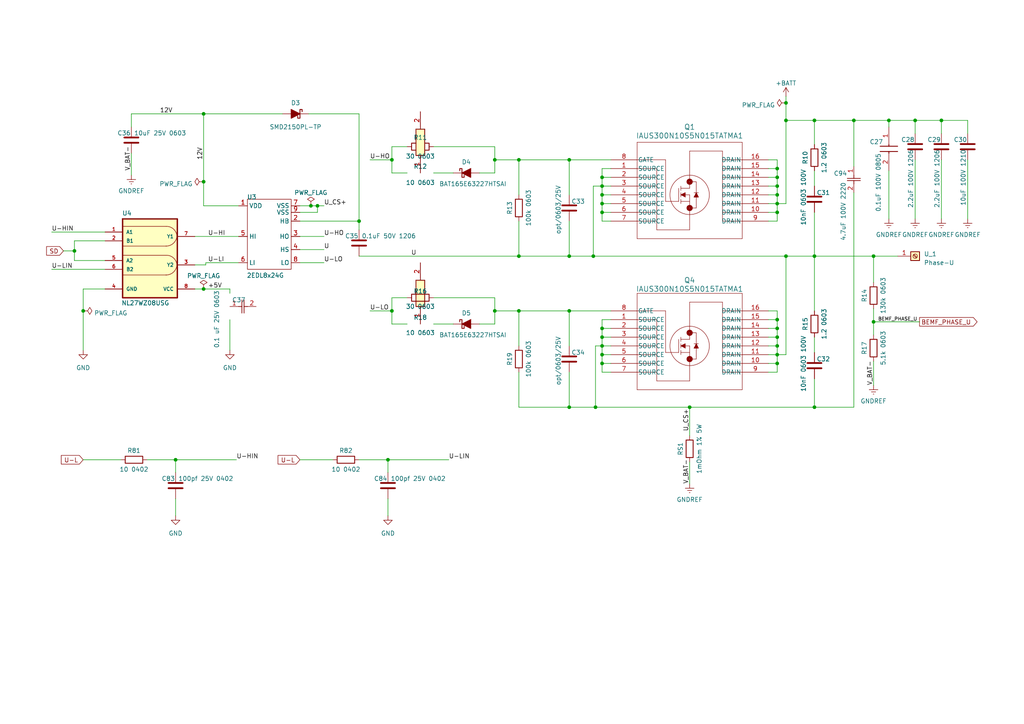
<source format=kicad_sch>
(kicad_sch (version 20231120) (generator "eeschema") (generator_version "8.0")
  (paper "A4")
  (lib_symbols
    (symbol "2EDL8124G:2EDL8124G"
      (property "Reference" "U3" (at -5.08 11.43 0))
      (property "Value" "2EDL8x24G" (at -1.143 -10.668 0))
      (symbol "2EDL8124G_0_1"
        (rectangle (start -6.35 10.795) (end 6.35 -9.525))
      )
      (symbol "2EDL8124G_1_1"
        (pin power_in line (at -8.89 8.89 0) (length 2.54) (name "VDD") (number "1"))
        (pin output line (at 8.89 4.445 180) (length 2.54) (name "HB") (number "2"))
        (pin output line (at 8.89 0 180) (length 2.54) (name "HO") (number "3"))
        (pin output line (at 8.89 -3.81 180) (length 2.54) (name "HS") (number "4"))
        (pin input line (at -8.89 0 0) (length 2.54) (name "HI") (number "5"))
        (pin input line (at -8.89 -7.62 0) (length 2.54) (name "LI") (number "6"))
        (pin power_in line (at 8.89 8.89 180) (length 2.54) (name "VSS") (number "7"))
        (pin output line (at 8.89 -7.62 180) (length 2.54) (name "LO") (number "8"))
        (pin power_in line (at 8.89 6.985 180) (length 2.54) (name "VSS") (number "9"))
      )
    )
    (symbol "C0603X104M3RAUTO:C0603X104M3RACTU" (pin_names (offset 0.254))
      (property "Reference" "C" (at 3.81 3.81 0))
      (property "Value" "C0603X104M3RACTU" (at 3.81 -3.81 0))
      (symbol "C0603X104M3RACTU_1_1"
        (polyline (pts (xy 2.54 0) (xy 3.4798 0)) (stroke (width 0.2032)))
        (polyline (pts (xy 3.4798 -1.905) (xy 3.4798 1.905)) (stroke (width 0.2032)))
        (polyline (pts (xy 4.1148 -1.905) (xy 4.1148 1.905)) (stroke (width 0.2032)))
        (polyline (pts (xy 4.1148 0) (xy 5.08 0)) (stroke (width 0.2032)))
        (pin unspecified line (at 0 0 0) (length 2.54) (name "") (number "1"))
        (pin unspecified line (at 7.62 0 180) (length 2.54) (name "") (number "2"))
      )
      (symbol "C0603X104M3RACTU_1_2"
        (polyline (pts (xy -1.905 -4.1148) (xy 1.905 -4.1148)) (stroke (width 0.2032)))
        (polyline (pts (xy -1.905 -3.4798) (xy 1.905 -3.4798)) (stroke (width 0.2032)))
        (polyline (pts (xy 0 -4.1148) (xy 0 -5.08)) (stroke (width 0.2032)))
        (polyline (pts (xy 0 -2.54) (xy 0 -3.4798)) (stroke (width 0.2032)))
        (pin unspecified line (at 0 0 270) (length 2.54) (name "") (number "1"))
        (pin unspecified line (at 0 -7.62 90) (length 2.54) (name "") (number "2"))
      )
    )
    (symbol "C0805X104K1RAC3316:C0805X104K1RAC3316" (pin_names hide)
      (property "Reference" "C" (at 8.89 6.35 0))
      (property "Value" "C0805X104K1RAC3316" (at 8.89 3.81 0))
      (symbol "C0805X104K1RAC3316_1_1"
        (polyline (pts (xy 5.08 0) (xy 5.588 0)) (stroke (width 0.254)))
        (polyline (pts (xy 5.588 2.54) (xy 5.588 -2.54)) (stroke (width 0.254)))
        (polyline (pts (xy 7.112 0) (xy 7.62 0)) (stroke (width 0.254)))
        (polyline (pts (xy 7.112 2.54) (xy 7.112 -2.54)) (stroke (width 0.254)))
        (pin passive line (at 0 0 0) (length 5.08) (name "1") (number "1"))
        (pin passive line (at 12.7 0 180) (length 5.08) (name "2") (number "2"))
      )
    )
    (symbol "C0805X475K3RAC7800:C0805C681J5RACTU" (pin_names (offset 0.254))
      (property "Reference" "C" (at 3.81 3.81 0))
      (property "Value" "C0805C681J5RACTU" (at 3.81 -3.81 0))
      (symbol "C0805C681J5RACTU_1_1"
        (polyline (pts (xy 2.54 0) (xy 3.4798 0)) (stroke (width 0.2032)))
        (polyline (pts (xy 3.4798 -1.905) (xy 3.4798 1.905)) (stroke (width 0.2032)))
        (polyline (pts (xy 4.1148 -1.905) (xy 4.1148 1.905)) (stroke (width 0.2032)))
        (polyline (pts (xy 4.1148 0) (xy 5.08 0)) (stroke (width 0.2032)))
        (pin unspecified line (at 0 0 0) (length 2.54) (name "") (number "1"))
        (pin unspecified line (at 7.62 0 180) (length 2.54) (name "") (number "2"))
      )
      (symbol "C0805C681J5RACTU_1_2"
        (polyline (pts (xy -1.905 -4.1148) (xy 1.905 -4.1148)) (stroke (width 0.2032)))
        (polyline (pts (xy -1.905 -3.4798) (xy 1.905 -3.4798)) (stroke (width 0.2032)))
        (polyline (pts (xy 0 -4.1148) (xy 0 -5.08)) (stroke (width 0.2032)))
        (polyline (pts (xy 0 -2.54) (xy 0 -3.4798)) (stroke (width 0.2032)))
        (pin unspecified line (at 0 0 270) (length 2.54) (name "") (number "1"))
        (pin unspecified line (at 0 -7.62 90) (length 2.54) (name "") (number "2"))
      )
    )
    (symbol "Connector:Screw_Terminal_01x01" (pin_names (offset 1.016) hide)
      (property "Reference" "J" (at 0 2.54 0))
      (property "Value" "Screw_Terminal_01x01" (at 0 -2.54 0))
      (symbol "Screw_Terminal_01x01_1_1"
        (rectangle (start -1.27 1.27) (end 1.27 -1.27) (stroke (width 0.254)) (fill (type background)))
        (polyline (pts (xy -0.5334 0.3302) (xy 0.3302 -0.508)) (stroke (width 0.1524)))
        (polyline (pts (xy -0.3556 0.508) (xy 0.508 -0.3302)) (stroke (width 0.1524)))
        (circle (center 0 0) (radius 0.635) (stroke (width 0.1524)))
        (pin passive line (at -5.08 0 0) (length 3.81) (name "Pin_1") (number "1"))
      )
    )
    (symbol "Device:C" (pin_numbers hide) (pin_names (offset 0.254))
      (property "Reference" "C" (at 0.635 2.54 0))
      (property "Value" "C" (at 0.635 -2.54 0))
      (symbol "C_0_1"
        (polyline (pts (xy -2.032 -0.762) (xy 2.032 -0.762)) (stroke (width 0.508)))
        (polyline (pts (xy -2.032 0.762) (xy 2.032 0.762)) (stroke (width 0.508)))
      )
      (symbol "C_1_1"
        (pin passive line (at 0 3.81 270) (length 2.794) (name "~") (number "1"))
        (pin passive line (at 0 -3.81 90) (length 2.794) (name "~") (number "2"))
      )
    )
    (symbol "Device:D_Schottky_Filled" (pin_numbers hide) (pin_names (offset 1.016) hide)
      (property "Reference" "D" (at 0 2.54 0))
      (property "Value" "D_Schottky_Filled" (at 0 -2.54 0))
      (symbol "D_Schottky_Filled_0_1"
        (polyline (pts (xy 1.27 0) (xy -1.27 0)))
        (polyline (pts (xy 1.27 1.27) (xy 1.27 -1.27) (xy -1.27 0) (xy 1.27 1.27)) (stroke (width 0.254)) (fill (type outline)))
        (polyline (pts (xy -1.905 0.635) (xy -1.905 1.27) (xy -1.27 1.27) (xy -1.27 -1.27) (xy -0.635 -1.27) (xy -0.635 -0.635)) (stroke (width 0.254)))
      )
      (symbol "D_Schottky_Filled_1_1"
        (pin passive line (at -3.81 0 0) (length 2.54) (name "K") (number "1"))
        (pin passive line (at 3.81 0 180) (length 2.54) (name "A") (number "2"))
      )
    )
    (symbol "Device:R" (pin_numbers hide) (pin_names (offset 0))
      (property "Reference" "R" (at 2.032 0 90))
      (property "Value" "R" (at 0 0 90))
      (symbol "R_0_1"
        (rectangle (start -1.016 -2.54) (end 1.016 2.54) (stroke (width 0.254)))
      )
      (symbol "R_1_1"
        (pin passive line (at 0 3.81 270) (length 1.27) (name "~") (number "1"))
        (pin passive line (at 0 -3.81 90) (length 1.27) (name "~") (number "2"))
      )
    )
    (symbol "ERJ-PA3J100V:ERJ-PA3J100V" (pin_names hide)
      (property "Reference" "R" (at 13.97 6.35 0))
      (property "Value" "ERJ-PA3J100V" (at 13.97 3.81 0))
      (symbol "ERJ-PA3J100V_1_1"
        (rectangle (start 5.08 1.27) (end 12.7 -1.27) (stroke (width 0.254)) (fill (type background)))
        (pin passive line (at 0 0 0) (length 5.08) (name "1") (number "1"))
        (pin passive line (at 17.78 0 180) (length 5.08) (name "2") (number "2"))
      )
    )
    (symbol "IAUS300N10S5N015T:IAUS300N10S5N015TATMA1" (pin_names (offset 0.254))
      (property "Reference" "Q1" (at 22.86 12.065 0))
      (property "Value" "IAUS300N10S5N015TATMA1" (at 22.86 9.525 0))
      (symbol "IAUS300N10S5N015TATMA1_0_1"
        (polyline (pts (xy 7.62 -20.32) (xy 38.1 -20.32)) (stroke (width 0.127)))
        (polyline (pts (xy 7.62 -12.7) (xy 13.335 -12.7)) (stroke (width 0.127)))
        (polyline (pts (xy 7.62 -10.16) (xy 13.335 -10.16)) (stroke (width 0.127)))
        (polyline (pts (xy 7.62 -7.62) (xy 13.335 -7.62)) (stroke (width 0.127)))
        (polyline (pts (xy 7.62 -5.08) (xy 13.335 -5.08)) (stroke (width 0.127)))
        (polyline (pts (xy 7.62 -2.54) (xy 13.335 -2.54)) (stroke (width 0.127)))
        (polyline (pts (xy 7.62 0) (xy 13.335 0)) (stroke (width 0.127)))
        (polyline (pts (xy 7.62 2.54) (xy 15.875 2.54)) (stroke (width 0.127)))
        (polyline (pts (xy 7.62 7.62) (xy 7.62 -20.32)) (stroke (width 0.127)))
        (polyline (pts (xy 13.335 -17.78) (xy 22.86 -17.78)) (stroke (width 0.127)))
        (polyline (pts (xy 13.335 -15.24) (xy 7.62 -15.24)) (stroke (width 0.127)))
        (polyline (pts (xy 13.335 0) (xy 13.335 -17.78)) (stroke (width 0.127)))
        (polyline (pts (xy 15.875 -9.525) (xy 15.875 2.54)) (stroke (width 0.127)))
        (polyline (pts (xy 19.685 -9.525) (xy 15.875 -9.525)) (stroke (width 0.127)))
        (polyline (pts (xy 19.685 -5.715) (xy 19.685 -9.525)) (stroke (width 0.127)))
        (polyline (pts (xy 20.32 -9.525) (xy 22.86 -9.525)) (stroke (width 0.127)))
        (polyline (pts (xy 20.32 -8.89) (xy 20.32 -10.16)) (stroke (width 0.127)))
        (polyline (pts (xy 20.32 -7.62) (xy 21.59 -8.255)) (stroke (width 0.127)))
        (polyline (pts (xy 20.32 -7.62) (xy 21.59 -6.985)) (stroke (width 0.127)))
        (polyline (pts (xy 20.32 -6.985) (xy 20.32 -8.255)) (stroke (width 0.127)))
        (polyline (pts (xy 20.32 -6.35) (xy 20.32 -5.08)) (stroke (width 0.127)))
        (polyline (pts (xy 20.32 -5.715) (xy 22.86 -5.715)) (stroke (width 0.127)))
        (polyline (pts (xy 21.59 -6.985) (xy 21.59 -8.255)) (stroke (width 0.127)))
        (polyline (pts (xy 22.86 -11.43) (xy 24.765 -11.43)) (stroke (width 0.127)))
        (polyline (pts (xy 22.86 -7.62) (xy 20.32 -7.62)) (stroke (width 0.127)))
        (polyline (pts (xy 22.86 -7.62) (xy 22.86 -17.78)) (stroke (width 0.127)))
        (polyline (pts (xy 22.86 -5.715) (xy 22.86 5.08)) (stroke (width 0.127)))
        (polyline (pts (xy 22.86 -3.81) (xy 24.765 -3.81)) (stroke (width 0.127)))
        (polyline (pts (xy 24.13 -8.255) (xy 25.4 -8.255)) (stroke (width 0.127)))
        (polyline (pts (xy 24.13 -6.985) (xy 25.4 -6.985)) (stroke (width 0.127)))
        (polyline (pts (xy 24.765 -11.43) (xy 24.765 -3.81)) (stroke (width 0.127)))
        (polyline (pts (xy 24.765 -6.985) (xy 24.13 -8.255)) (stroke (width 0.127)))
        (polyline (pts (xy 24.765 -6.985) (xy 25.4 -8.255)) (stroke (width 0.127)))
        (polyline (pts (xy 32.385 -15.24) (xy 32.385 5.08)) (stroke (width 0.127)))
        (polyline (pts (xy 32.385 5.08) (xy 22.86 5.08)) (stroke (width 0.127)))
        (polyline (pts (xy 38.1 -20.32) (xy 38.1 7.62)) (stroke (width 0.127)))
        (polyline (pts (xy 38.1 -15.24) (xy 32.385 -15.24)) (stroke (width 0.127)))
        (polyline (pts (xy 38.1 -12.7) (xy 32.385 -12.7)) (stroke (width 0.127)))
        (polyline (pts (xy 38.1 -10.16) (xy 32.385 -10.16)) (stroke (width 0.127)))
        (polyline (pts (xy 38.1 -7.62) (xy 32.385 -7.62)) (stroke (width 0.127)))
        (polyline (pts (xy 38.1 -5.08) (xy 32.385 -5.08)) (stroke (width 0.127)))
        (polyline (pts (xy 38.1 -2.54) (xy 32.385 -2.54)) (stroke (width 0.127)))
        (polyline (pts (xy 38.1 0) (xy 32.385 0)) (stroke (width 0.127)))
        (polyline (pts (xy 38.1 2.54) (xy 32.385 2.54)) (stroke (width 0.127)))
        (polyline (pts (xy 38.1 7.62) (xy 7.62 7.62)) (stroke (width 0.127)))
        (polyline (pts (xy 20.32 -7.62) (xy 21.59 -6.985) (xy 21.59 -8.255)) (fill (type outline)))
        (polyline (pts (xy 24.13 -8.255) (xy 25.4 -8.255) (xy 24.765 -6.985)) (fill (type outline)))
        (circle (center 22.86 -11.43) (radius 0.127) (stroke (width 0.762)))
        (circle (center 22.86 -7.62) (radius 5.715) (stroke (width 0.127)))
        (circle (center 22.86 -3.81) (radius 0.127) (stroke (width 0.762)))
        (pin passive line (at 0 0 0) (length 7.62) (name "SOURCE") (number "1"))
        (pin passive line (at 45.72 -12.7 180) (length 7.62) (name "DRAIN") (number "10"))
        (pin passive line (at 45.72 -10.16 180) (length 7.62) (name "DRAIN") (number "11"))
        (pin passive line (at 45.72 -7.62 180) (length 7.62) (name "DRAIN") (number "12"))
        (pin passive line (at 45.72 -5.08 180) (length 7.62) (name "DRAIN") (number "13"))
        (pin passive line (at 45.72 -2.54 180) (length 7.62) (name "DRAIN") (number "14"))
        (pin passive line (at 45.72 0 180) (length 7.62) (name "DRAIN") (number "15"))
        (pin passive line (at 45.72 2.54 180) (length 7.62) (name "DRAIN") (number "16"))
        (pin passive line (at 0 -2.54 0) (length 7.62) (name "SOURCE") (number "2"))
        (pin passive line (at 0 -5.08 0) (length 7.62) (name "SOURCE") (number "3"))
        (pin passive line (at 0 -7.62 0) (length 7.62) (name "SOURCE") (number "4"))
        (pin passive line (at 0 -10.16 0) (length 7.62) (name "SOURCE") (number "5"))
        (pin passive line (at 0 -12.7 0) (length 7.62) (name "SOURCE") (number "6"))
        (pin passive line (at 0 -15.24 0) (length 7.62) (name "SOURCE") (number "7"))
        (pin input line (at 0 2.54 0) (length 7.62) (name "GATE") (number "8"))
        (pin passive line (at 45.72 -15.24 180) (length 7.62) (name "DRAIN") (number "9"))
      )
    )
    (symbol "IAUS300N10S5N015TATMA1_1" (pin_names (offset 0.254))
      (property "Reference" "Q4" (at 22.86 11.43 0))
      (property "Value" "IAUS300N10S5N015TATMA1" (at 22.86 8.89 0))
      (symbol "IAUS300N10S5N015TATMA1_1_0_1"
        (polyline (pts (xy 7.62 -20.32) (xy 38.1 -20.32)) (stroke (width 0.127)))
        (polyline (pts (xy 7.62 -12.7) (xy 13.335 -12.7)) (stroke (width 0.127)))
        (polyline (pts (xy 7.62 -10.16) (xy 13.335 -10.16)) (stroke (width 0.127)))
        (polyline (pts (xy 7.62 -7.62) (xy 13.335 -7.62)) (stroke (width 0.127)))
        (polyline (pts (xy 7.62 -5.08) (xy 13.335 -5.08)) (stroke (width 0.127)))
        (polyline (pts (xy 7.62 -2.54) (xy 13.335 -2.54)) (stroke (width 0.127)))
        (polyline (pts (xy 7.62 0) (xy 13.335 0)) (stroke (width 0.127)))
        (polyline (pts (xy 7.62 2.54) (xy 15.875 2.54)) (stroke (width 0.127)))
        (polyline (pts (xy 7.62 7.62) (xy 7.62 -20.32)) (stroke (width 0.127)))
        (polyline (pts (xy 13.335 -17.78) (xy 22.86 -17.78)) (stroke (width 0.127)))
        (polyline (pts (xy 13.335 -15.24) (xy 7.62 -15.24)) (stroke (width 0.127)))
        (polyline (pts (xy 13.335 0) (xy 13.335 -17.78)) (stroke (width 0.127)))
        (polyline (pts (xy 15.875 -9.525) (xy 15.875 2.54)) (stroke (width 0.127)))
        (polyline (pts (xy 19.685 -9.525) (xy 15.875 -9.525)) (stroke (width 0.127)))
        (polyline (pts (xy 19.685 -5.715) (xy 19.685 -9.525)) (stroke (width 0.127)))
        (polyline (pts (xy 20.32 -9.525) (xy 22.86 -9.525)) (stroke (width 0.127)))
        (polyline (pts (xy 20.32 -8.89) (xy 20.32 -10.16)) (stroke (width 0.127)))
        (polyline (pts (xy 20.32 -7.62) (xy 21.59 -8.255)) (stroke (width 0.127)))
        (polyline (pts (xy 20.32 -7.62) (xy 21.59 -6.985)) (stroke (width 0.127)))
        (polyline (pts (xy 20.32 -6.985) (xy 20.32 -8.255)) (stroke (width 0.127)))
        (polyline (pts (xy 20.32 -6.35) (xy 20.32 -5.08)) (stroke (width 0.127)))
        (polyline (pts (xy 20.32 -5.715) (xy 22.86 -5.715)) (stroke (width 0.127)))
        (polyline (pts (xy 21.59 -6.985) (xy 21.59 -8.255)) (stroke (width 0.127)))
        (polyline (pts (xy 22.86 -11.43) (xy 24.765 -11.43)) (stroke (width 0.127)))
        (polyline (pts (xy 22.86 -7.62) (xy 20.32 -7.62)) (stroke (width 0.127)))
        (polyline (pts (xy 22.86 -7.62) (xy 22.86 -17.78)) (stroke (width 0.127)))
        (polyline (pts (xy 22.86 -5.715) (xy 22.86 5.08)) (stroke (width 0.127)))
        (polyline (pts (xy 22.86 -3.81) (xy 24.765 -3.81)) (stroke (width 0.127)))
        (polyline (pts (xy 24.13 -8.255) (xy 25.4 -8.255)) (stroke (width 0.127)))
        (polyline (pts (xy 24.13 -6.985) (xy 25.4 -6.985)) (stroke (width 0.127)))
        (polyline (pts (xy 24.765 -11.43) (xy 24.765 -3.81)) (stroke (width 0.127)))
        (polyline (pts (xy 24.765 -6.985) (xy 24.13 -8.255)) (stroke (width 0.127)))
        (polyline (pts (xy 24.765 -6.985) (xy 25.4 -8.255)) (stroke (width 0.127)))
        (polyline (pts (xy 32.385 -15.24) (xy 32.385 5.08)) (stroke (width 0.127)))
        (polyline (pts (xy 32.385 5.08) (xy 22.86 5.08)) (stroke (width 0.127)))
        (polyline (pts (xy 38.1 -20.32) (xy 38.1 7.62)) (stroke (width 0.127)))
        (polyline (pts (xy 38.1 -15.24) (xy 32.385 -15.24)) (stroke (width 0.127)))
        (polyline (pts (xy 38.1 -12.7) (xy 32.385 -12.7)) (stroke (width 0.127)))
        (polyline (pts (xy 38.1 -10.16) (xy 32.385 -10.16)) (stroke (width 0.127)))
        (polyline (pts (xy 38.1 -7.62) (xy 32.385 -7.62)) (stroke (width 0.127)))
        (polyline (pts (xy 38.1 -5.08) (xy 32.385 -5.08)) (stroke (width 0.127)))
        (polyline (pts (xy 38.1 -2.54) (xy 32.385 -2.54)) (stroke (width 0.127)))
        (polyline (pts (xy 38.1 0) (xy 32.385 0)) (stroke (width 0.127)))
        (polyline (pts (xy 38.1 2.54) (xy 32.385 2.54)) (stroke (width 0.127)))
        (polyline (pts (xy 38.1 7.62) (xy 7.62 7.62)) (stroke (width 0.127)))
        (polyline (pts (xy 20.32 -7.62) (xy 21.59 -6.985) (xy 21.59 -8.255)) (fill (type outline)))
        (polyline (pts (xy 24.13 -8.255) (xy 25.4 -8.255) (xy 24.765 -6.985)) (fill (type outline)))
        (circle (center 22.86 -11.43) (radius 0.127) (stroke (width 0.762)))
        (circle (center 22.86 -7.62) (radius 5.715) (stroke (width 0.127)))
        (circle (center 22.86 -3.81) (radius 0.127) (stroke (width 0.762)))
        (pin passive line (at 0 0 0) (length 7.62) (name "SOURCE") (number "1"))
        (pin passive line (at 45.72 -12.7 180) (length 7.62) (name "DRAIN") (number "10"))
        (pin passive line (at 45.72 -10.16 180) (length 7.62) (name "DRAIN") (number "11"))
        (pin passive line (at 45.72 -7.62 180) (length 7.62) (name "DRAIN") (number "12"))
        (pin passive line (at 45.72 -5.08 180) (length 7.62) (name "DRAIN") (number "13"))
        (pin passive line (at 45.72 -2.54 180) (length 7.62) (name "DRAIN") (number "14"))
        (pin passive line (at 45.72 0 180) (length 7.62) (name "DRAIN") (number "15"))
        (pin passive line (at 45.72 2.54 180) (length 7.62) (name "DRAIN") (number "16"))
        (pin passive line (at 0 -2.54 0) (length 7.62) (name "SOURCE") (number "2"))
        (pin passive line (at 0 -5.08 0) (length 7.62) (name "SOURCE") (number "3"))
        (pin passive line (at 0 -7.62 0) (length 7.62) (name "SOURCE") (number "4"))
        (pin passive line (at 0 -10.16 0) (length 7.62) (name "SOURCE") (number "5"))
        (pin passive line (at 0 -12.7 0) (length 7.62) (name "SOURCE") (number "6"))
        (pin passive line (at 0 -15.24 0) (length 7.62) (name "SOURCE") (number "7"))
        (pin input line (at 0 2.54 0) (length 7.62) (name "GATE") (number "8"))
        (pin passive line (at 45.72 -15.24 180) (length 7.62) (name "DRAIN") (number "9"))
      )
    )
    (symbol "NL27WZ08USG:NL27WZ08USG" (pin_names (offset 1.016))
      (property "Reference" "U4" (at -6.35 13.081 0))
      (property "Value" "NL27WZ08USG" (at -1.016 -12.954 0))
      (symbol "NL27WZ08USG_0_0"
        (rectangle (start -7.62 11.43) (end 8.255 -11.43) (stroke (width 0.4064)) (fill (type background)))
        (pin input line (at -12.7 7.62 0) (length 5.08) (name "A1") (number "1"))
        (pin input line (at -12.7 5.08 0) (length 5.08) (name "B1") (number "2"))
        (pin output line (at 13.335 -1.905 180) (length 5.08) (name "Y2") (number "3"))
        (pin power_in line (at -12.7 -8.89 0) (length 5.08) (name "GND") (number "4"))
        (pin input line (at -12.7 -0.635 0) (length 5.08) (name "A2") (number "5"))
        (pin input line (at -12.7 -3.175 0) (length 5.08) (name "B2") (number "6"))
        (pin output line (at 13.335 6.35 180) (length 5.08) (name "Y1") (number "7"))
        (pin power_in line (at 13.335 -8.89 180) (length 5.08) (name "VCC") (number "8"))
      )
      (symbol "NL27WZ08USG_0_1"
        (polyline (pts (xy -7.62 -4.826) (xy 5.08 -4.826)))
        (polyline (pts (xy -7.62 0.889) (xy 5.08 0.889)))
        (polyline (pts (xy -7.62 3.556) (xy 5.08 3.556)))
        (polyline (pts (xy -7.62 9.271) (xy 5.08 9.271)))
        (arc (start 4.9529 -4.8259) (mid 7.1715 -3.9594) (end 8.128 -1.778))
        (arc (start 4.9529 3.5561) (mid 7.1716 4.4226) (end 8.128 6.604))
        (arc (start 8.128 -2.032) (mid 7.2054 0.056) (end 5.08 0.889))
        (arc (start 8.128 6.35) (mid 7.2054 8.438) (end 5.08 9.271))
      )
    )
    (symbol "power:+BATT" (power) (pin_names (offset 0))
      (property "Value" "+BATT" (at 0 3.556 0))
      (symbol "+BATT_0_1"
        (polyline (pts (xy -0.762 1.27) (xy 0 2.54)))
        (polyline (pts (xy 0 0) (xy 0 2.54)))
        (polyline (pts (xy 0 2.54) (xy 0.762 1.27)))
      )
      (symbol "+BATT_1_1"
        (pin power_in line (at 0 0 90) (length 0) hide (name "+BATT") (number "1"))
      )
    )
    (symbol "power:GND" (power) (pin_names (offset 0))
      (property "Value" "GND" (at 0 -3.81 0))
      (symbol "GND_0_1"
        (polyline (pts (xy 0 0) (xy 0 -1.27) (xy 1.27 -1.27) (xy 0 -2.54) (xy -1.27 -1.27) (xy 0 -1.27)))
      )
      (symbol "GND_1_1"
        (pin power_in line (at 0 0 270) (length 0) hide (name "GND") (number "1"))
      )
    )
    (symbol "power:GNDREF" (power) (pin_names (offset 0))
      (property "Value" "GNDREF" (at 0 -3.81 0))
      (symbol "GNDREF_0_1"
        (polyline (pts (xy -0.635 -1.905) (xy 0.635 -1.905)))
        (polyline (pts (xy -0.127 -2.54) (xy 0.127 -2.54)))
        (polyline (pts (xy 0 -1.27) (xy 0 0)))
        (polyline (pts (xy 1.27 -1.27) (xy -1.27 -1.27)))
      )
      (symbol "GNDREF_1_1"
        (pin power_in line (at 0 0 270) (length 0) hide (name "GNDREF") (number "1"))
      )
    )
    (symbol "power:PWR_FLAG" (power) (pin_numbers hide) (pin_names (offset 0) hide)
      (property "Value" "PWR_FLAG" (at 0 3.81 0))
      (symbol "PWR_FLAG_0_0"
        (pin power_out line (at 0 0 90) (length 0) (name "pwr") (number "1"))
      )
      (symbol "PWR_FLAG_0_1"
        (polyline (pts (xy 0 0) (xy 0 1.27) (xy -1.016 1.905) (xy 0 2.54) (xy 1.016 1.905) (xy 0 1.27)))
      )
    )
  )
  (junction (at 253.365 74.295))
  (junction (at 165.1 74.295))
  (junction (at 165.1 46.355))
  (junction (at 253.365 93.345))
  (junction (at 225.425 97.79))
  (junction (at 59.055 83.82))
  (junction (at 225.425 56.515))
  (junction (at 225.425 100.33))
  (junction (at 174.625 100.33))
  (junction (at 174.625 105.41))
  (junction (at 273.05 34.925))
  (junction (at 257.81 34.925))
  (junction (at 174.625 102.87))
  (junction (at 225.425 95.25))
  (junction (at 150.495 90.17))
  (junction (at 227.965 74.295))
  (junction (at 104.14 64.135))
  (junction (at 227.965 34.925))
  (junction (at 59.055 52.705))
  (junction (at 174.625 53.975))
  (junction (at 112.522 133.35))
  (junction (at 143.51 90.17))
  (junction (at 225.425 92.71))
  (junction (at 265.43 34.925))
  (junction (at 174.625 56.515))
  (junction (at 150.495 74.295))
  (junction (at 225.425 105.41))
  (junction (at 143.51 46.355))
  (junction (at 227.965 29.845))
  (junction (at 150.495 46.355))
  (junction (at 165.1 90.17))
  (junction (at 236.22 118.11))
  (junction (at 165.1 118.11))
  (junction (at 113.665 90.17))
  (junction (at 236.22 74.295))
  (junction (at 174.625 61.595))
  (junction (at 225.425 48.895))
  (junction (at 174.625 97.79))
  (junction (at 21.59 72.771))
  (junction (at 225.425 59.055))
  (junction (at 174.625 59.055))
  (junction (at 225.425 53.975))
  (junction (at 59.055 33.02))
  (junction (at 225.425 51.435))
  (junction (at 200.025 118.11))
  (junction (at 174.625 51.435))
  (junction (at 247.65 34.925))
  (junction (at 92.075 59.69))
  (junction (at 225.425 102.87))
  (junction (at 172.085 74.295))
  (junction (at 172.72 118.11))
  (junction (at 50.927 133.35))
  (junction (at 90.17 59.69))
  (junction (at 24.13 90.17))
  (junction (at 225.425 61.595))
  (junction (at 236.22 34.925))
  (junction (at 113.665 46.355))
  (junction (at 174.625 95.25))
  (wire (pts (xy 227.965 29.845) (xy 227.965 34.925)))
  (wire (pts (xy 21.59 72.771) (xy 21.59 75.565)))
  (wire (pts (xy 113.665 50.165) (xy 118.11 50.165)))
  (wire (pts (xy 225.425 100.33) (xy 225.425 102.87)))
  (wire (pts (xy 222.885 51.435) (xy 225.425 51.435)))
  (wire (pts (xy 104.14 33.02) (xy 104.14 64.135)))
  (wire (pts (xy 174.625 105.41) (xy 174.625 107.95)))
  (wire (pts (xy 113.665 93.98) (xy 118.11 93.98)))
  (wire (pts (xy 104.14 74.295) (xy 150.495 74.295)))
  (wire (pts (xy 174.625 59.055) (xy 177.165 59.055)))
  (wire (pts (xy 150.495 118.11) (xy 150.495 107.95)))
  (wire (pts (xy 59.055 33.02) (xy 59.055 52.705)))
  (wire (pts (xy 50.927 133.35) (xy 68.58 133.35)))
  (wire (pts (xy 14.986 78.105) (xy 30.48 78.105)))
  (wire (pts (xy 165.1 90.17) (xy 165.1 100.33)))
  (wire (pts (xy 90.17 59.69) (xy 92.075 59.69)))
  (wire (pts (xy 174.625 56.515) (xy 177.165 56.515)))
  (wire (pts (xy 236.22 34.925) (xy 247.65 34.925)))
  (wire (pts (xy 143.51 42.545) (xy 125.73 42.545)))
  (wire (pts (xy 225.425 56.515) (xy 225.425 53.975)))
  (wire (pts (xy 253.365 89.535) (xy 253.365 93.345)))
  (wire (pts (xy 253.365 74.295) (xy 260.35 74.295)))
  (wire (pts (xy 174.625 59.055) (xy 174.625 61.595)))
  (wire (pts (xy 113.665 42.545) (xy 113.665 46.355)))
  (wire (pts (xy 112.522 133.35) (xy 112.522 137.033)))
  (wire (pts (xy 86.995 133.35) (xy 96.52 133.35)))
  (wire (pts (xy 257.81 34.925) (xy 265.43 34.925)))
  (wire (pts (xy 227.965 27.94) (xy 227.965 29.845)))
  (wire (pts (xy 174.625 100.33) (xy 177.165 100.33)))
  (wire (pts (xy 113.665 86.36) (xy 113.665 90.17)))
  (wire (pts (xy 222.885 90.17) (xy 225.425 90.17)))
  (wire (pts (xy 177.165 90.17) (xy 165.1 90.17)))
  (wire (pts (xy 143.51 86.36) (xy 143.51 90.17)))
  (wire (pts (xy 222.885 102.87) (xy 225.425 102.87)))
  (wire (pts (xy 143.51 86.36) (xy 125.73 86.36)))
  (wire (pts (xy 225.425 59.055) (xy 227.965 59.055)))
  (wire (pts (xy 125.73 93.98) (xy 131.445 93.98)))
  (wire (pts (xy 174.625 97.79) (xy 174.625 100.33)))
  (wire (pts (xy 225.425 90.17) (xy 225.425 92.71)))
  (wire (pts (xy 174.625 95.25) (xy 177.165 95.25)))
  (wire (pts (xy 56.515 83.82) (xy 59.055 83.82)))
  (wire (pts (xy 273.05 46.355) (xy 273.05 63.5)))
  (wire (pts (xy 107.315 46.355) (xy 113.665 46.355)))
  (wire (pts (xy 150.495 74.295) (xy 150.495 64.135)))
  (wire (pts (xy 21.59 69.85) (xy 21.59 72.771)))
  (wire (pts (xy 113.665 90.17) (xy 113.665 93.98)))
  (wire (pts (xy 227.965 74.295) (xy 236.22 74.295)))
  (wire (pts (xy 42.672 133.35) (xy 50.927 133.35)))
  (wire (pts (xy 265.43 38.735) (xy 265.43 34.925)))
  (wire (pts (xy 247.65 34.925) (xy 247.65 48.26)))
  (wire (pts (xy 236.22 118.11) (xy 200.025 118.11)))
  (wire (pts (xy 200.025 118.11) (xy 200.025 126.365)))
  (wire (pts (xy 227.965 34.925) (xy 227.965 59.055)))
  (wire (pts (xy 222.885 95.25) (xy 225.425 95.25)))
  (wire (pts (xy 222.885 100.33) (xy 225.425 100.33)))
  (wire (pts (xy 273.05 38.735) (xy 273.05 34.925)))
  (wire (pts (xy 236.22 74.295) (xy 236.22 90.17)))
  (wire (pts (xy 177.165 53.975) (xy 174.625 53.975)))
  (wire (pts (xy 265.43 34.925) (xy 273.05 34.925)))
  (wire (pts (xy 253.365 74.295) (xy 253.365 81.915)))
  (wire (pts (xy 280.67 46.355) (xy 280.67 63.5)))
  (wire (pts (xy 222.885 105.41) (xy 225.425 105.41)))
  (wire (pts (xy 247.65 118.11) (xy 236.22 118.11)))
  (wire (pts (xy 139.065 50.165) (xy 143.51 50.165)))
  (wire (pts (xy 225.425 46.355) (xy 222.885 46.355)))
  (wire (pts (xy 236.22 49.53) (xy 236.22 53.975)))
  (wire (pts (xy 165.1 118.11) (xy 172.72 118.11)))
  (wire (pts (xy 222.885 53.975) (xy 225.425 53.975)))
  (wire (pts (xy 143.51 90.17) (xy 150.495 90.17)))
  (wire (pts (xy 236.22 41.91) (xy 236.22 34.925)))
  (wire (pts (xy 59.055 52.705) (xy 59.055 59.69)))
  (wire (pts (xy 177.165 92.71) (xy 174.625 92.71)))
  (wire (pts (xy 104.14 64.135) (xy 104.14 66.675)))
  (wire (pts (xy 86.995 59.69) (xy 90.17 59.69)))
  (wire (pts (xy 174.625 102.87) (xy 177.165 102.87)))
  (wire (pts (xy 143.51 46.355) (xy 150.495 46.355)))
  (wire (pts (xy 59.055 59.69) (xy 69.215 59.69)))
  (wire (pts (xy 113.665 42.545) (xy 118.11 42.545)))
  (wire (pts (xy 86.995 76.2) (xy 93.98 76.2)))
  (wire (pts (xy 200.025 133.985) (xy 200.025 140.335)))
  (wire (pts (xy 253.365 93.345) (xy 253.365 97.155)))
  (wire (pts (xy 174.625 53.975) (xy 174.625 56.515)))
  (wire (pts (xy 143.51 50.165) (xy 143.51 46.355)))
  (wire (pts (xy 18.415 72.771) (xy 21.59 72.771)))
  (wire (pts (xy 174.625 53.975) (xy 172.085 53.975)))
  (wire (pts (xy 165.1 74.295) (xy 172.085 74.295)))
  (wire (pts (xy 165.1 118.11) (xy 150.495 118.11)))
  (wire (pts (xy 125.73 50.165) (xy 131.445 50.165)))
  (wire (pts (xy 222.885 97.79) (xy 225.425 97.79)))
  (wire (pts (xy 66.675 83.82) (xy 66.675 85.09)))
  (wire (pts (xy 222.885 64.135) (xy 225.425 64.135)))
  (wire (pts (xy 150.495 90.17) (xy 150.495 100.33)))
  (wire (pts (xy 236.22 97.79) (xy 236.22 102.235)))
  (wire (pts (xy 104.14 133.35) (xy 112.522 133.35)))
  (wire (pts (xy 225.425 51.435) (xy 225.425 48.895)))
  (wire (pts (xy 59.69 76.2) (xy 69.215 76.2)))
  (wire (pts (xy 165.1 46.355) (xy 150.495 46.355)))
  (wire (pts (xy 177.165 105.41) (xy 174.625 105.41)))
  (wire (pts (xy 50.927 133.35) (xy 50.927 137.033)))
  (wire (pts (xy 24.13 133.35) (xy 35.052 133.35)))
  (wire (pts (xy 225.425 59.055) (xy 225.425 56.515)))
  (wire (pts (xy 236.22 61.595) (xy 236.22 74.295)))
  (wire (pts (xy 112.522 133.35) (xy 130.175 133.35)))
  (wire (pts (xy 165.1 46.355) (xy 177.165 46.355)))
  (wire (pts (xy 107.315 90.17) (xy 113.665 90.17)))
  (wire (pts (xy 143.51 90.17) (xy 143.51 93.98)))
  (wire (pts (xy 174.625 107.95) (xy 177.165 107.95)))
  (wire (pts (xy 225.425 105.41) (xy 225.425 107.95)))
  (wire (pts (xy 30.48 83.82) (xy 24.13 83.82)))
  (wire (pts (xy 59.055 33.02) (xy 81.915 33.02)))
  (wire (pts (xy 38.1 33.02) (xy 38.1 36.83)))
  (wire (pts (xy 56.515 76.835) (xy 59.69 76.835)))
  (wire (pts (xy 113.665 46.355) (xy 113.665 50.165)))
  (wire (pts (xy 165.1 56.515) (xy 165.1 46.355)))
  (wire (pts (xy 236.22 74.295) (xy 253.365 74.295)))
  (wire (pts (xy 174.625 102.87) (xy 174.625 105.41)))
  (wire (pts (xy 14.986 67.31) (xy 30.48 67.31)))
  (wire (pts (xy 38.1 33.02) (xy 59.055 33.02)))
  (wire (pts (xy 165.1 74.295) (xy 150.495 74.295)))
  (wire (pts (xy 174.625 51.435) (xy 177.165 51.435)))
  (wire (pts (xy 225.425 53.975) (xy 225.425 51.435)))
  (wire (pts (xy 174.625 100.33) (xy 172.72 100.33)))
  (wire (pts (xy 225.425 97.79) (xy 225.425 100.33)))
  (wire (pts (xy 225.425 64.135) (xy 225.425 61.595)))
  (wire (pts (xy 174.625 61.595) (xy 174.625 64.135)))
  (wire (pts (xy 150.495 46.355) (xy 150.495 56.515)))
  (wire (pts (xy 86.995 68.58) (xy 93.98 68.58)))
  (wire (pts (xy 174.625 48.895) (xy 174.625 51.435)))
  (wire (pts (xy 225.425 95.25) (xy 225.425 97.79)))
  (wire (pts (xy 225.425 92.71) (xy 225.425 95.25)))
  (wire (pts (xy 222.885 59.055) (xy 225.425 59.055)))
  (wire (pts (xy 172.72 100.33) (xy 172.72 118.11)))
  (wire (pts (xy 265.43 46.355) (xy 265.43 63.5)))
  (wire (pts (xy 225.425 48.895) (xy 225.425 46.355)))
  (wire (pts (xy 172.72 118.11) (xy 200.025 118.11)))
  (wire (pts (xy 222.885 48.895) (xy 225.425 48.895)))
  (wire (pts (xy 227.965 74.295) (xy 227.965 102.87)))
  (wire (pts (xy 236.22 34.925) (xy 227.965 34.925)))
  (wire (pts (xy 257.81 63.5) (xy 257.81 49.53)))
  (wire (pts (xy 92.075 59.69) (xy 93.98 59.69)))
  (wire (pts (xy 280.67 38.735) (xy 280.67 34.925)))
  (wire (pts (xy 227.965 102.87) (xy 225.425 102.87)))
  (wire (pts (xy 174.625 61.595) (xy 177.165 61.595)))
  (wire (pts (xy 38.1 44.45) (xy 38.1 50.8)))
  (wire (pts (xy 165.1 90.17) (xy 150.495 90.17)))
  (wire (pts (xy 174.625 51.435) (xy 174.625 53.975)))
  (wire (pts (xy 174.625 97.79) (xy 177.165 97.79)))
  (wire (pts (xy 273.05 34.925) (xy 280.67 34.925)))
  (wire (pts (xy 174.625 100.33) (xy 174.625 102.87)))
  (wire (pts (xy 30.48 69.85) (xy 21.59 69.85)))
  (wire (pts (xy 165.1 107.95) (xy 165.1 118.11)))
  (wire (pts (xy 66.675 92.71) (xy 66.675 101.6)))
  (wire (pts (xy 86.995 64.135) (xy 104.14 64.135)))
  (wire (pts (xy 139.065 93.98) (xy 143.51 93.98)))
  (wire (pts (xy 225.425 107.95) (xy 222.885 107.95)))
  (wire (pts (xy 222.885 61.595) (xy 225.425 61.595)))
  (wire (pts (xy 86.995 72.39) (xy 93.98 72.39)))
  (wire (pts (xy 165.1 64.135) (xy 165.1 74.295)))
  (wire (pts (xy 104.14 33.02) (xy 89.535 33.02)))
  (wire (pts (xy 236.22 109.855) (xy 236.22 118.11)))
  (wire (pts (xy 174.625 56.515) (xy 174.625 59.055)))
  (wire (pts (xy 257.81 34.925) (xy 247.65 34.925)))
  (wire (pts (xy 59.055 83.82) (xy 66.675 83.82)))
  (wire (pts (xy 112.522 144.653) (xy 112.522 149.606)))
  (wire (pts (xy 92.075 59.69) (xy 92.075 61.595)))
  (wire (pts (xy 222.885 92.71) (xy 225.425 92.71)))
  (wire (pts (xy 225.425 102.87) (xy 225.425 105.41)))
  (wire (pts (xy 24.13 83.82) (xy 24.13 90.17)))
  (wire (pts (xy 172.085 74.295) (xy 227.965 74.295)))
  (wire (pts (xy 50.927 144.653) (xy 50.927 149.606)))
  (wire (pts (xy 113.665 86.36) (xy 118.11 86.36)))
  (wire (pts (xy 143.51 46.355) (xy 143.51 42.545)))
  (wire (pts (xy 86.995 61.595) (xy 92.075 61.595)))
  (wire (pts (xy 222.885 56.515) (xy 225.425 56.515)))
  (wire (pts (xy 172.085 53.975) (xy 172.085 74.295)))
  (wire (pts (xy 253.365 93.345) (xy 266.7 93.345)))
  (wire (pts (xy 21.59 75.565) (xy 30.48 75.565)))
  (wire (pts (xy 174.625 92.71) (xy 174.625 95.25)))
  (wire (pts (xy 24.13 90.17) (xy 24.13 101.6)))
  (wire (pts (xy 247.65 55.88) (xy 247.65 118.11)))
  (wire (pts (xy 225.425 61.595) (xy 225.425 59.055)))
  (wire (pts (xy 177.165 48.895) (xy 174.625 48.895)))
  (wire (pts (xy 174.625 95.25) (xy 174.625 97.79)))
  (wire (pts (xy 56.515 68.58) (xy 69.215 68.58)))
  (wire (pts (xy 174.625 64.135) (xy 177.165 64.135)))
  (wire (pts (xy 59.69 76.2) (xy 59.69 76.835)))
  (wire (pts (xy 257.81 36.83) (xy 257.81 34.925)))
  (wire (pts (xy 253.365 104.775) (xy 253.365 111.76)))
  (label "U-HI" (at 60.325 68.58 0))
  (label "BEMF_PHASE_U" (at 254.635 93.345 0) (effects (font (size 1 1))))
  (label "U" (at 93.98 72.39 0))
  (label "U-LIN" (at 14.986 78.105 0))
  (label "U-HO" (at 107.315 46.355 0))
  (label "V_BAT-" (at 38.1 49.53 90))
  (label "U" (at 119.253 74.295 0))
  (label "U_CS+" (at 200.025 125.095 90))
  (label "U-HIN" (at 14.986 67.31 0))
  (label "U-LI" (at 60.325 76.2 0))
  (label "U-HO" (at 93.98 68.58 0))
  (label "12V" (at 46.355 33.02 0))
  (label "U-HIN" (at 68.58 133.35 0))
  (label "U_CS+" (at 93.98 59.69 0))
  (label "+5V" (at 60.325 83.82 0))
  (label "V_BAT-" (at 253.365 111.76 90))
  (label "U-LO" (at 93.98 76.2 0))
  (label "V_BAT-" (at 200.025 140.335 90))
  (label "12V" (at 59.055 46.355 90))
  (label "U-LIN" (at 130.175 133.35 0))
  (label "U-LO" (at 107.315 90.17 0))
  (global_label "BEMF_PHASE_U" (shape output) (at 266.7 93.345 0) (property "Intersheetrefs" "${INTERSHEET_REFS}" (effects (hide yes))))
  (global_label "U-L" (shape input) (at 24.13 133.35 180) (property "Intersheetrefs" "${INTERSHEET_REFS}" (effects (hide yes))))
  (global_label "SD" (shape input) (at 18.415 72.771 180) (property "Intersheetrefs" "${INTERSHEET_REFS}" (effects (hide yes))))
  (global_label "U-L" (shape input) (at 86.995 133.35 180) (property "Intersheetrefs" "${INTERSHEET_REFS}" (effects (hide yes))))
  (symbol (lib_id "Device:D_Schottky_Filled") (at 85.725 33.02 0) (mirror y) (unit 1)
    (property "Reference" "D3" (at 85.725 29.845 0))
    (property "Value" "SMD2150PL-TP" (at 85.725 36.83 0))
  )
  (symbol (lib_id "power:GNDREF") (at 253.365 111.76 0) (unit 1)
    (property "Reference" "#PWR071" (effects (hide yes)))
    (property "Value" "GNDREF" (at 253.365 116.332 0))
  )
  (symbol (lib_name "IAUS300N10S5N015TATMA1_1") (lib_id "IAUS300N10S5N015T:IAUS300N10S5N015TATMA1") (at 177.165 92.71 0) (unit 1)
    (property "Reference" "Q4" (at 200.025 81.28 0) (effects (font (size 1.524 1.524))))
    (property "Value" "IAUS300N10S5N015TATMA1" (at 200.025 83.82 0) (effects (font (size 1.524 1.524))))
    (property "Footprint" "just-footprints:PG-HDSOP-16-2" (effects (hide yes)))
    (property "Datasheet" "IAUS300N10S5N015TATMA1" (effects (hide yes)))
  )
  (symbol (lib_id "Device:R") (at 150.495 104.14 180) (unit 1)
    (property "Reference" "R19" (at 147.828 104.14 90))
    (property "Value" "100k 0603" (at 153.289 104.14 90))
  )
  (symbol (lib_id "Device:R") (at 38.862 133.35 90) (unit 1)
    (property "Reference" "R81" (at 38.862 130.683 90))
    (property "Value" "10 0402" (at 38.862 136.144 90))
  )
  (symbol (lib_id "Device:C") (at 236.22 106.045 0) (unit 1)
    (property "Reference" "C32" (at 236.855 104.14 0) (effects (justify left)))
    (property "Value" "10nF 0603 100V" (at 233.045 113.665 90) (effects (justify left)))
  )
  (symbol (lib_id "power:GNDREF") (at 257.81 63.5 0) (unit 1)
    (property "Reference" "#PWR073" (effects (hide yes)))
    (property "Value" "GNDREF" (at 257.81 68.072 0))
  )
  (symbol (lib_id "Device:R") (at 121.92 42.545 90) (unit 1)
    (property "Reference" "R11" (at 121.92 39.878 90))
    (property "Value" "30 0603" (at 121.92 45.339 90))
  )
  (symbol (lib_id "Device:C") (at 38.1 40.64 0) (unit 1)
    (property "Reference" "C36" (at 34.036 38.608 0) (effects (justify left)))
    (property "Value" "10uF 25V 0603" (at 38.862 38.608 0) (effects (justify left)))
  )
  (symbol (lib_id "Device:R") (at 200.025 130.175 180) (unit 1)
    (property "Reference" "RS1" (at 197.358 130.175 90))
    (property "Value" "1mOhm 1% 5W" (at 202.819 130.175 90))
  )
  (symbol (lib_id "power:GNDREF") (at 265.43 63.5 0) (unit 1)
    (property "Reference" "#PWR074" (effects (hide yes)))
    (property "Value" "GNDREF" (at 265.43 68.072 0))
  )
  (symbol (lib_id "Device:C") (at 236.22 57.785 0) (unit 1)
    (property "Reference" "C31" (at 236.855 55.88 0) (effects (justify left)))
    (property "Value" "10nF 0603 100V" (at 233.045 65.405 90) (effects (justify left)))
  )
  (symbol (lib_id "power:PWR_FLAG") (at 90.17 59.69 0) (unit 1)
    (property "Reference" "#FLG013" (effects (hide yes)))
    (property "Value" "PWR_FLAG" (at 90.17 55.88 0))
  )
  (symbol (lib_id "Connector:Screw_Terminal_01x01") (at 265.43 74.295 0) (unit 1)
    (property "Reference" "U_1" (at 267.97 73.66 0) (effects (justify left)))
    (property "Value" "Phase-U" (at 267.97 76.2 0) (effects (justify left)))
  )
  (symbol (lib_id "C0805X475K3RAC7800:C0805C681J5RACTU") (at 247.65 48.26 270) (unit 1)
    (property "Reference" "C94" (at 241.808 50.292 90) (effects (justify left)))
    (property "Value" "4.7uF 100V 2220" (at 244.602 52.832 0) (effects (justify left)))
    (property "Footprint" "just-footprints:CAPC220145_88N_KEM" (effects (hide yes)))
    (property "Datasheet" "C0805C681J5RACTU" (effects (hide yes)))
  )
  (symbol (lib_id "power:PWR_FLAG") (at 59.055 52.705 90) (unit 1)
    (property "Reference" "#FLG012" (effects (hide yes)))
    (property "Value" "PWR_FLAG" (at 55.88 53.34 90) (effects (justify left)))
  )
  (symbol (lib_id "power:GNDREF") (at 38.1 50.8 0) (unit 1)
    (property "Reference" "#PWR03" (effects (hide yes)))
    (property "Value" "GNDREF" (at 38.1 55.372 0))
  )
  (symbol (lib_id "Device:R") (at 121.92 86.36 90) (unit 1)
    (property "Reference" "R16" (at 121.92 84.455 90))
    (property "Value" "30 0603" (at 121.92 88.9 90))
  )
  (symbol (lib_id "Device:C") (at 112.522 140.843 0) (unit 1)
    (property "Reference" "C84" (at 108.458 138.811 0) (effects (justify left)))
    (property "Value" "100pf 25V 0402" (at 113.284 138.811 0) (effects (justify left)))
  )
  (symbol (lib_id "Device:R") (at 253.365 85.725 180) (unit 1)
    (property "Reference" "R14" (at 250.698 85.725 90))
    (property "Value" "130k 0603" (at 256.159 85.725 90))
  )
  (symbol (lib_id "IAUS300N10S5N015T:IAUS300N10S5N015TATMA1") (at 177.165 48.895 0) (unit 1)
    (property "Reference" "Q1" (at 200.025 36.83 0) (effects (font (size 1.524 1.524))))
    (property "Value" "IAUS300N10S5N015TATMA1" (at 200.025 39.37 0) (effects (font (size 1.524 1.524))))
    (property "Footprint" "just-footprints:PG-HDSOP-16-2" (effects (hide yes)))
    (property "Datasheet" "IAUS300N10S5N015TATMA1" (effects (hide yes)))
  )
  (symbol (lib_id "Device:C") (at 104.14 70.485 0) (unit 1)
    (property "Reference" "C35" (at 100.076 68.453 0) (effects (justify left)))
    (property "Value" "0.1uF 50V 1206" (at 104.902 68.453 0) (effects (justify left)))
  )
  (symbol (lib_id "Device:C") (at 280.67 42.545 0) (unit 1)
    (property "Reference" "C30" (at 276.606 40.513 0) (effects (justify left)))
    (property "Value" "10uF 100V 1210" (at 279.4 59.69 90) (effects (justify left)))
  )
  (symbol (lib_id "power:GND") (at 50.927 149.606 0) (unit 1)
    (property "Reference" "#PWR04" (effects (hide yes)))
    (property "Value" "GND" (at 50.927 154.686 0))
  )
  (symbol (lib_id "power:PWR_FLAG") (at 227.965 29.845 90) (unit 1)
    (property "Reference" "#FLG011" (effects (hide yes)))
    (property "Value" "PWR_FLAG" (at 224.79 30.48 90) (effects (justify left)))
  )
  (symbol (lib_id "power:GND") (at 112.522 149.606 0) (unit 1)
    (property "Reference" "#PWR05" (effects (hide yes)))
    (property "Value" "GND" (at 112.522 154.686 0))
  )
  (symbol (lib_id "Device:R") (at 253.365 100.965 180) (unit 1)
    (property "Reference" "R17" (at 250.698 100.965 90))
    (property "Value" "5.1k 0603" (at 256.159 100.965 90))
  )
  (symbol (lib_id "Device:D_Schottky_Filled") (at 135.255 93.98 0) (unit 1)
    (property "Reference" "D5" (at 135.255 90.805 0))
    (property "Value" "BAT165E63227HTSAI" (at 137.16 97.155 0))
  )
  (symbol (lib_id "power:GND") (at 24.13 101.6 0) (unit 1)
    (property "Reference" "#PWR01" (effects (hide yes)))
    (property "Value" "GND" (at 24.13 106.68 0))
  )
  (symbol (lib_id "ERJ-PA3J100V:ERJ-PA3J100V") (at 121.92 93.98 90) (unit 1)
    (property "Reference" "R18" (at 121.92 92.075 90))
    (property "Value" "10 0603" (at 121.92 96.52 90))
    (property "Footprint" "ERJP03_PA3_(0603)" (effects (hide yes)))
    (property "Datasheet" "https://industrial.panasonic.com/cdbs/www-data/pdf/RDO0000/AOA0000C331.pdf" (effects (hide yes)))
    (property "Description" "Thick Film Resistors - SMD 0603 10ohm 5% Anti-Surge AEC-Q200" (effects (hide yes)))
    (property "Height" "0.55" (effects (hide yes)))
    (property "Mouser Part Number" "667-ERJ-PA3J100V" (effects (hide yes)))
    (property "Mouser Price/Stock" "https://www.mouser.co.uk/ProductDetail/Panasonic/ERJ-PA3J100V?qs=BzJM0faLVqVV40ORhAVErw%3D%3D" (effects (hide yes)))
    (property "Manufacturer_Name" "Panasonic" (effects (hide yes)))
    (property "Manufacturer_Part_Number" "ERJ-PA3J100V" (effects (hide yes)))
  )
  (symbol (lib_id "power:GNDREF") (at 200.025 140.335 0) (unit 1)
    (property "Reference" "#PWR042" (effects (hide yes)))
    (property "Value" "GNDREF" (at 200.025 144.907 0))
  )
  (symbol (lib_id "C0805X104K1RAC3316:C0805X104K1RAC3316") (at 257.81 36.83 270) (unit 1)
    (property "Reference" "C27" (at 252.222 41.148 90) (effects (justify left)))
    (property "Value" "0.1uF 100V 0805" (at 254.762 44.45 0) (effects (justify left)))
    (property "Footprint" "just-footprints:C0805" (effects (hide yes)))
    (property "Datasheet" "https://content.kemet.com/datasheets/KEM_X7R_FT_VW_AUDI.pdf" (effects (hide yes)))
    (property "Description" "SMD Auto X7R VW80808, Ceramic, 0.1 uF, 10%, 100 VDC, 250 VDC, 125C, -55C, X7R, SMD, MLCC, Automotive Grade, 2.5 % , 10 GOhms, 0805, 2mm, 1.25mm, 0.9mm, 0.75mm, 0.5mm, 4000, 152  Weeks, 80" (effects (hide yes)))
    (property "Height" "1.1" (effects (hide yes)))
    (property "Manufacturer_Name" "KEMET" (effects (hide yes)))
    (property "Manufacturer_Part_Number" "C0805X104K1RAC3316" (effects (hide yes)))
  )
  (symbol (lib_id "C0603X104M3RAUTO:C0603X104M3RACTU") (at 66.675 88.9 0) (unit 1)
    (property "Reference" "C37" (at 67.31 86.995 0) (effects (justify left)))
    (property "Value" "0.1 uF 25V 0603" (at 62.865 100.965 90) (effects (justify left)))
    (property "Footprint" "just-footprints:CAPC17795_95N_KEM" (effects (hide yes)))
    (property "Datasheet" "C0603X104M3RACTU" (effects (hide yes)))
  )
  (symbol (lib_id "power:GNDREF") (at 280.67 63.5 0) (unit 1)
    (property "Reference" "#PWR076" (effects (hide yes)))
    (property "Value" "GNDREF" (at 280.67 68.072 0))
  )
  (symbol (lib_id "2EDL8124G:2EDL8124G") (at 78.105 68.58 0) (unit 1)
    (property "Reference" "U3" (at 73.025 57.15 0))
    (property "Value" "2EDL8x24G" (at 76.962 79.883 0))
  )
  (symbol (lib_id "power:PWR_FLAG") (at 24.13 90.17 270) (unit 1)
    (property "Reference" "#FLG015" (effects (hide yes)))
    (property "Value" "PWR_FLAG" (at 27.305 90.805 90) (effects (justify left)))
  )
  (symbol (lib_id "Device:C") (at 265.43 42.545 0) (unit 1)
    (property "Reference" "C28" (at 261.366 40.513 0) (effects (justify left)))
    (property "Value" "2.2uF 100V 1206" (at 264.16 60.325 90) (effects (justify left)))
  )
  (symbol (lib_id "power:PWR_FLAG") (at 59.055 83.82 0) (unit 1)
    (property "Reference" "#FLG014" (effects (hide yes)))
    (property "Value" "PWR_FLAG" (at 59.055 80.01 0))
  )
  (symbol (lib_id "power:+BATT") (at 227.965 27.94 0) (unit 1)
    (property "Reference" "#PWR072" (effects (hide yes)))
    (property "Value" "+BATT" (at 227.965 24.13 0))
  )
  (symbol (lib_id "power:GNDREF") (at 273.05 63.5 0) (unit 1)
    (property "Reference" "#PWR075" (effects (hide yes)))
    (property "Value" "GNDREF" (at 273.05 68.072 0))
  )
  (symbol (lib_id "Device:C") (at 50.927 140.843 0) (unit 1)
    (property "Reference" "C83" (at 46.863 138.811 0) (effects (justify left)))
    (property "Value" "100pf 25V 0402" (at 51.689 138.811 0) (effects (justify left)))
  )
  (symbol (lib_id "Device:R") (at 150.495 60.325 180) (unit 1)
    (property "Reference" "R13" (at 147.828 60.325 90))
    (property "Value" "100k 0603" (at 153.289 60.325 90))
  )
  (symbol (lib_id "Device:R") (at 236.22 93.98 180) (unit 1)
    (property "Reference" "R15" (at 233.553 93.98 90))
    (property "Value" "1.2 0603" (at 239.014 93.98 90))
  )
  (symbol (lib_id "ERJ-PA3J100V:ERJ-PA3J100V") (at 121.92 50.165 90) (unit 1)
    (property "Reference" "R12" (at 121.92 48.26 90))
    (property "Value" "10 0603" (at 121.92 52.959 90))
    (property "Footprint" "ERJP03_PA3_(0603)" (effects (hide yes)))
    (property "Datasheet" "https://industrial.panasonic.com/cdbs/www-data/pdf/RDO0000/AOA0000C331.pdf" (effects (hide yes)))
    (property "Description" "Thick Film Resistors - SMD 0603 10ohm 5% Anti-Surge AEC-Q200" (effects (hide yes)))
    (property "Height" "0.55" (effects (hide yes)))
    (property "Mouser Part Number" "667-ERJ-PA3J100V" (effects (hide yes)))
    (property "Mouser Price/Stock" "https://www.mouser.co.uk/ProductDetail/Panasonic/ERJ-PA3J100V?qs=BzJM0faLVqVV40ORhAVErw%3D%3D" (effects (hide yes)))
    (property "Manufacturer_Name" "Panasonic" (effects (hide yes)))
    (property "Manufacturer_Part_Number" "ERJ-PA3J100V" (effects (hide yes)))
  )
  (symbol (lib_id "Device:R") (at 100.33 133.35 90) (unit 1)
    (property "Reference" "R82" (at 100.33 130.683 90))
    (property "Value" "10 0402" (at 100.33 136.144 90))
  )
  (symbol (lib_id "Device:C") (at 165.1 60.325 0) (unit 1)
    (property "Reference" "C33" (at 165.735 58.42 0) (effects (justify left)))
    (property "Value" "opt/0603/25V" (at 161.925 67.945 90) (effects (justify left)))
  )
  (symbol (lib_id "Device:R") (at 236.22 45.72 180) (unit 1)
    (property "Reference" "R10" (at 233.553 45.72 90))
    (property "Value" "1.2 0603" (at 239.014 45.72 90))
  )
  (symbol (lib_id "Device:C") (at 165.1 104.14 0) (unit 1)
    (property "Reference" "C34" (at 165.735 102.235 0) (effects (justify left)))
    (property "Value" "opt/0603/25V" (at 161.925 111.76 90) (effects (justify left)))
  )
  (symbol (lib_id "Device:C") (at 273.05 42.545 0) (unit 1)
    (property "Reference" "C29" (at 268.986 40.513 0) (effects (justify left)))
    (property "Value" "2.2uF 100V 1206" (at 271.78 60.325 90) (effects (justify left)))
  )
  (symbol (lib_id "Device:D_Schottky_Filled") (at 135.255 50.165 0) (unit 1)
    (property "Reference" "D4" (at 135.255 46.99 0))
    (property "Value" "BAT165E63227HTSAI" (at 137.16 53.34 0))
  )
  (symbol (lib_id "power:GND") (at 66.675 101.6 0) (unit 1)
    (property "Reference" "#PWR02" (effects (hide yes)))
    (property "Value" "GND" (at 66.675 106.68 0))
  )
  (symbol (lib_id "NL27WZ08USG:NL27WZ08USG") (at 43.18 74.93 0) (unit 1)
    (property "Reference" "U4" (at 36.83 61.849 0))
    (property "Value" "NL27WZ08USG" (at 42.164 87.884 0))
    (property "Footprint" "NL27WZ08USG:SOP50P310X90-8N" (effects (hide yes)))
    (property "Description" "\nAND Gate 2-Element 2-IN CMOS 8-Pin US T/R\n" (effects (hide yes)))
    (property "MF" "onsemi" (effects (hide yes)))
    (property "PACKAGE" "SO-8" (effects (hide yes)))
    (property "MPN" "NL27WZ08USG" (effects (hide yes)))
    (property "Price" "None" (effects (hide yes)))
    (property "Package" "None" (effects (hide yes)))
    (property "OC_FARNELL" "1652022" (effects (hide yes)))
    (property "SnapEDA_Link" "https://www.snapeda.com/parts/NL27WZ08USG/Onsemi/view-part/?ref=snap" (effects (hide yes)))
    (property "MP" "NL27WZ08USG" (effects (hide yes)))
    (property "SUPPLIER" "ON SEMICONDUCTOR" (effects (hide yes)))
    (property "OC_NEWARK" "83H7741" (effects (hide yes)))
    (property "Availability" "Not in stock" (effects (hide yes)))
    (property "Check_prices" "https://www.snapeda.com/parts/NL27WZ08USG/Onsemi/view-part/?ref=eda" (effects (hide yes)))
  )
)
</source>
